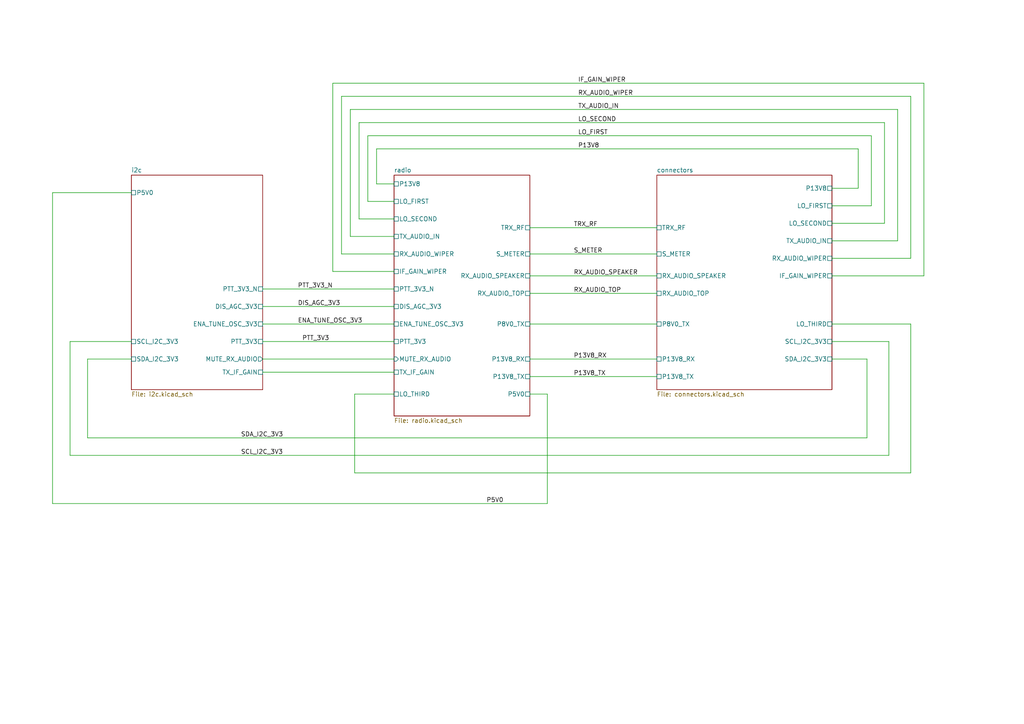
<source format=kicad_sch>
(kicad_sch (version 20211123) (generator eeschema)
  (paper "A4")
  (title_block (title "Top") (rev "B") (company "WA6ZFT"))
  (lib_symbols)
  (wire (pts (xy 153.67 73.66) (xy 190.5 73.66)))
  (wire (pts (xy 114.3 83.82) (xy 76.2 83.82)))
  (wire (pts (xy 106.68 58.42) (xy 106.68 39.37)))
  (wire (pts (xy 158.75 114.3) (xy 153.67 114.3)))
  (wire (pts (xy 25.4 104.14) (xy 38.1 104.14)))
  (wire (pts (xy 251.46 127) (xy 25.4 127)))
  (wire (pts (xy 25.4 127) (xy 25.4 104.14)))
  (wire (pts (xy 101.6 68.58) (xy 114.3 68.58)))
  (wire (pts (xy 264.16 27.94) (xy 99.06 27.94)))
  (wire (pts (xy 114.3 58.42) (xy 106.68 58.42)))
  (wire (pts (xy 256.54 35.56) (xy 104.14 35.56)))
  (wire (pts (xy 114.3 88.9) (xy 76.2 88.9)))
  (wire (pts (xy 251.46 104.14) (xy 251.46 127)))
  (wire (pts (xy 38.1 99.06) (xy 20.32 99.06)))
  (wire (pts (xy 264.16 93.98) (xy 264.16 137.16)))
  (wire (pts (xy 99.06 27.94) (xy 99.06 73.66)))
  (wire (pts (xy 260.35 31.75) (xy 101.6 31.75)))
  (wire (pts (xy 101.6 31.75) (xy 101.6 68.58)))
  (wire (pts (xy 104.14 63.5) (xy 114.3 63.5)))
  (wire (pts (xy 99.06 73.66) (xy 114.3 73.66)))
  (wire (pts (xy 190.5 66.04) (xy 153.67 66.04)))
  (wire (pts (xy 109.22 43.18) (xy 248.92 43.18)))
  (wire (pts (xy 114.3 78.74) (xy 96.52 78.74)))
  (wire (pts (xy 252.73 39.37) (xy 252.73 59.69)))
  (wire (pts (xy 38.1 55.88) (xy 15.24 55.88)))
  (wire (pts (xy 109.22 53.34) (xy 109.22 43.18)))
  (wire (pts (xy 257.81 99.06) (xy 241.3 99.06)))
  (wire (pts (xy 241.3 74.93) (xy 264.16 74.93)))
  (wire (pts (xy 190.5 104.14) (xy 153.67 104.14)))
  (wire (pts (xy 76.2 104.14) (xy 114.3 104.14)))
  (wire (pts (xy 267.97 24.13) (xy 267.97 80.01)))
  (wire (pts (xy 102.87 137.16) (xy 102.87 114.3)))
  (wire (pts (xy 241.3 69.85) (xy 260.35 69.85)))
  (wire (pts (xy 267.97 80.01) (xy 241.3 80.01)))
  (wire (pts (xy 256.54 64.77) (xy 256.54 35.56)))
  (wire (pts (xy 15.24 55.88) (xy 15.24 146.05)))
  (wire (pts (xy 248.92 54.61) (xy 241.3 54.61)))
  (wire (pts (xy 102.87 114.3) (xy 114.3 114.3)))
  (wire (pts (xy 252.73 59.69) (xy 241.3 59.69)))
  (wire (pts (xy 114.3 53.34) (xy 109.22 53.34)))
  (wire (pts (xy 20.32 99.06) (xy 20.32 132.08)))
  (wire (pts (xy 264.16 74.93) (xy 264.16 27.94)))
  (wire (pts (xy 264.16 137.16) (xy 102.87 137.16)))
  (wire (pts (xy 96.52 24.13) (xy 267.97 24.13)))
  (wire (pts (xy 190.5 85.09) (xy 153.67 85.09)))
  (wire (pts (xy 104.14 35.56) (xy 104.14 63.5)))
  (wire (pts (xy 241.3 64.77) (xy 256.54 64.77)))
  (wire (pts (xy 260.35 69.85) (xy 260.35 31.75)))
  (wire (pts (xy 190.5 80.01) (xy 153.67 80.01)))
  (wire (pts (xy 153.67 93.98) (xy 190.5 93.98)))
  (wire (pts (xy 15.24 146.05) (xy 158.75 146.05)))
  (wire (pts (xy 96.52 78.74) (xy 96.52 24.13)))
  (wire (pts (xy 241.3 104.14) (xy 251.46 104.14)))
  (wire (pts (xy 241.3 93.98) (xy 264.16 93.98)))
  (wire (pts (xy 114.3 99.06) (xy 76.2 99.06)))
  (wire (pts (xy 248.92 43.18) (xy 248.92 54.61)))
  (wire (pts (xy 76.2 107.95) (xy 114.3 107.95)))
  (wire (pts (xy 106.68 39.37) (xy 252.73 39.37)))
  (wire (pts (xy 158.75 114.3) (xy 158.75 146.05)))
  (wire (pts (xy 257.81 132.08) (xy 257.81 99.06)))
  (wire (pts (xy 190.5 109.22) (xy 153.67 109.22)))
  (wire (pts (xy 20.32 132.08) (xy 257.81 132.08)))
  (wire (pts (xy 114.3 93.98) (xy 76.2 93.98)))
  (label "PTT_3V3_N" (at 96.52 83.82 180))
  (label "PTT_3V3" (at 87.63 99.06 0))
  (label "P13V8_TX" (at 166.37 109.22 0))
  (label "P13V8" (at 167.64 43.18 0))
  (label "LO_FIRST" (at 167.64 39.37 0))
  (label "TRX_RF" (at 166.37 66.04 0))
  (label "RX_AUDIO_WIPER" (at 167.64 27.94 0))
  (label "TX_AUDIO_IN" (at 167.64 31.75 0))
  (label "SDA_I2C_3V3" (at 69.85 127 0))
  (label "SCL_I2C_3V3" (at 69.85 132.08 0))
  (label "P5V0" (at 146.05 146.05 180))
  (label "ENA_TUNE_OSC_3V3" (at 86.36 93.98 0))
  (label "RX_AUDIO_TOP" (at 166.37 85.09 0))
  (label "S_METER" (at 166.37 73.66 0))
  (label "P13V8_RX" (at 166.37 104.14 0))
  (label "DIS_AGC_3V3" (at 86.36 88.9 0))
  (label "IF_GAIN_WIPER" (at 167.64 24.13 0))
  (label "LO_SECOND" (at 167.64 35.56 0))
  (label "RX_AUDIO_SPEAKER" (at 166.37 80.01 0))
  (sheet (at 114.3 50.8) (size 39.37 69.85)
    (property "Sheet name" "radio" (at 114.3 50.0884 0) (effects (justify left bottom)))
    (property "Sheet file" "radio.kicad_sch" (at 114.3 121.2346 0) (effects (justify left top)))
    (pin "P13V8" passive (at 114.3 53.34 180))
    (pin "P13V8_RX" passive (at 153.67 104.14 0))
    (pin "P13V8_TX" passive (at 153.67 109.22 0))
    (pin "LO_FIRST" passive (at 114.3 58.42 180))
    (pin "LO_SECOND" passive (at 114.3 63.5 180))
    (pin "TRX_RF" passive (at 153.67 66.04 0))
    (pin "PTT_3V3" passive (at 114.3 99.06 180))
    (pin "ENA_TUNE_OSC_3V3" passive (at 114.3 93.98 180))
    (pin "TX_AUDIO_IN" passive (at 114.3 68.58 180))
    (pin "DIS_AGC_3V3" passive (at 114.3 88.9 180))
    (pin "RX_AUDIO_SPEAKER" passive (at 153.67 80.01 0))
    (pin "RX_AUDIO_TOP" passive (at 153.67 85.09 0))
    (pin "RX_AUDIO_WIPER" passive (at 114.3 73.66 180))
    (pin "PTT_3V3_N" passive (at 114.3 83.82 180))
    (pin "IF_GAIN_WIPER" passive (at 114.3 78.74 180))
    (pin "MUTE_RX_AUDIO" input (at 114.3 104.14 180))
    (pin "P5V0" passive (at 153.67 114.3 0))
    (pin "TX_IF_GAIN" passive (at 114.3 107.95 180))
    (pin "LO_THIRD" passive (at 114.3 114.3 180))
    (pin "S_METER" passive (at 153.67 73.66 0))
    (pin "P8V0_TX" passive (at 153.67 93.98 0))
  )
  (sheet (at 190.5 50.8) (size 50.8 62.23)
    (property "Sheet name" "connectors" (at 190.5 50.0884 0) (effects (justify left bottom)))
    (property "Sheet file" "connectors.kicad_sch" (at 190.5 113.6146 0) (effects (justify left top)))
    (pin "P13V8" passive (at 241.3 54.61 0))
    (pin "LO_FIRST" passive (at 241.3 59.69 0))
    (pin "LO_SECOND" passive (at 241.3 64.77 0))
    (pin "TX_AUDIO_IN" passive (at 241.3 69.85 0))
    (pin "RX_AUDIO_WIPER" passive (at 241.3 74.93 0))
    (pin "TRX_RF" passive (at 190.5 66.04 180))
    (pin "RX_AUDIO_SPEAKER" passive (at 190.5 80.01 180))
    (pin "RX_AUDIO_TOP" passive (at 190.5 85.09 180))
    (pin "P13V8_RX" passive (at 190.5 104.14 180))
    (pin "P13V8_TX" passive (at 190.5 109.22 180))
    (pin "SCL_I2C_3V3" passive (at 241.3 99.06 0))
    (pin "SDA_I2C_3V3" passive (at 241.3 104.14 0))
    (pin "IF_GAIN_WIPER" passive (at 241.3 80.01 0))
    (pin "LO_THIRD" passive (at 241.3 93.98 0))
    (pin "S_METER" passive (at 190.5 73.66 180))
    (pin "P8V0_TX" passive (at 190.5 93.98 180))
  )
  (sheet (at 38.1 50.8) (size 38.1 62.23)
    (property "Sheet name" "i2c" (at 38.1 50.0884 0) (effects (justify left bottom)))
    (property "Sheet file" "i2c.kicad_sch" (at 38.1 113.6146 0) (effects (justify left top)))
    (pin "SCL_I2C_3V3" passive (at 38.1 99.06 180))
    (pin "SDA_I2C_3V3" passive (at 38.1 104.14 180))
    (pin "DIS_AGC_3V3" passive (at 76.2 88.9 0))
    (pin "ENA_TUNE_OSC_3V3" passive (at 76.2 93.98 0))
    (pin "PTT_3V3" passive (at 76.2 99.06 0))
    (pin "PTT_3V3_N" passive (at 76.2 83.82 0))
    (pin "MUTE_RX_AUDIO" output (at 76.2 104.14 0))
    (pin "P5V0" passive (at 38.1 55.88 180))
    (pin "TX_IF_GAIN" passive (at 76.2 107.95 0))
  )
)
</source>
